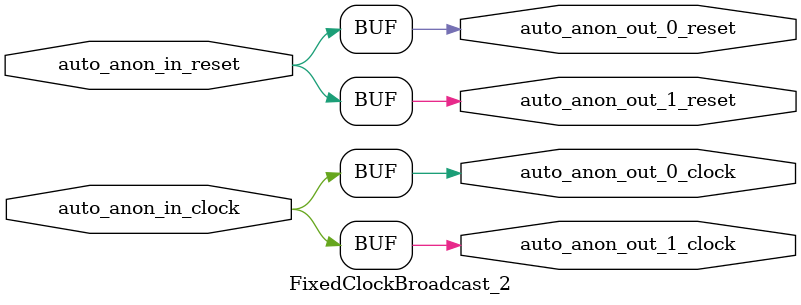
<source format=sv>
module FixedClockBroadcast_2(	// @[generators/rocket-chip/src/main/scala/prci/ClockGroup.scala:104:9]
  input  auto_anon_in_clock,	// @[generators/diplomacy/diplomacy/src/diplomacy/lazymodule/LazyModuleImp.scala:106:25]
  input  auto_anon_in_reset,	// @[generators/diplomacy/diplomacy/src/diplomacy/lazymodule/LazyModuleImp.scala:106:25]
  output auto_anon_out_1_clock,	// @[generators/diplomacy/diplomacy/src/diplomacy/lazymodule/LazyModuleImp.scala:106:25]
  output auto_anon_out_1_reset,	// @[generators/diplomacy/diplomacy/src/diplomacy/lazymodule/LazyModuleImp.scala:106:25]
  output auto_anon_out_0_clock,	// @[generators/diplomacy/diplomacy/src/diplomacy/lazymodule/LazyModuleImp.scala:106:25]
  output auto_anon_out_0_reset	// @[generators/diplomacy/diplomacy/src/diplomacy/lazymodule/LazyModuleImp.scala:106:25]
);

  assign auto_anon_out_1_clock = auto_anon_in_clock;	// @[generators/rocket-chip/src/main/scala/prci/ClockGroup.scala:104:9]
  assign auto_anon_out_1_reset = auto_anon_in_reset;	// @[generators/rocket-chip/src/main/scala/prci/ClockGroup.scala:104:9]
  assign auto_anon_out_0_clock = auto_anon_in_clock;	// @[generators/rocket-chip/src/main/scala/prci/ClockGroup.scala:104:9]
  assign auto_anon_out_0_reset = auto_anon_in_reset;	// @[generators/rocket-chip/src/main/scala/prci/ClockGroup.scala:104:9]
endmodule


</source>
